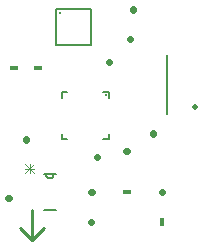
<source format=gto>
G75*
%MOIN*%
%OFA0B0*%
%FSLAX25Y25*%
%IPPOS*%
%LPD*%
%AMOC8*
5,1,8,0,0,1.08239X$1,22.5*
%
%ADD10C,0.01000*%
%ADD11C,0.00787*%
%ADD12C,0.01969*%
%ADD13C,0.02200*%
%ADD14C,0.00500*%
%ADD15C,0.00394*%
%ADD16C,0.00600*%
%ADD17R,0.00984X0.00984*%
%ADD18C,0.00300*%
%ADD19R,0.03000X0.01800*%
%ADD20R,0.01800X0.03000*%
D10*
X0018880Y0007406D02*
X0022817Y0003469D01*
X0026754Y0007406D01*
X0022817Y0003469D02*
X0022817Y0013311D01*
D11*
X0067698Y0045201D02*
X0067698Y0064886D01*
D12*
X0076950Y0047661D03*
D13*
X0015063Y0017248D02*
X0014822Y0017248D01*
X0020848Y0036813D02*
X0020848Y0037053D01*
X0042381Y0019217D02*
X0042622Y0019217D01*
X0042502Y0009494D02*
X0042502Y0009254D01*
X0044470Y0030907D02*
X0044470Y0031148D01*
X0054193Y0032996D02*
X0054433Y0032996D01*
X0062974Y0038781D02*
X0062974Y0039022D01*
X0066004Y0019217D02*
X0066244Y0019217D01*
X0048527Y0062524D02*
X0048287Y0062524D01*
X0055374Y0070398D02*
X0055614Y0070398D01*
X0056281Y0080120D02*
X0056281Y0080360D01*
D14*
X0042502Y0080240D02*
X0042502Y0068429D01*
X0030691Y0068429D01*
X0030691Y0080240D01*
X0042502Y0080240D01*
D15*
X0031675Y0079059D02*
X0031677Y0079086D01*
X0031683Y0079113D01*
X0031692Y0079139D01*
X0031705Y0079163D01*
X0031721Y0079186D01*
X0031740Y0079205D01*
X0031762Y0079222D01*
X0031786Y0079236D01*
X0031811Y0079246D01*
X0031838Y0079253D01*
X0031865Y0079256D01*
X0031893Y0079255D01*
X0031920Y0079250D01*
X0031946Y0079242D01*
X0031970Y0079230D01*
X0031993Y0079214D01*
X0032014Y0079196D01*
X0032031Y0079175D01*
X0032046Y0079151D01*
X0032057Y0079126D01*
X0032065Y0079100D01*
X0032069Y0079073D01*
X0032069Y0079045D01*
X0032065Y0079018D01*
X0032057Y0078992D01*
X0032046Y0078967D01*
X0032031Y0078943D01*
X0032014Y0078922D01*
X0031993Y0078904D01*
X0031971Y0078888D01*
X0031946Y0078876D01*
X0031920Y0078868D01*
X0031893Y0078863D01*
X0031865Y0078862D01*
X0031838Y0078865D01*
X0031811Y0078872D01*
X0031786Y0078882D01*
X0031762Y0078896D01*
X0031740Y0078913D01*
X0031721Y0078932D01*
X0031705Y0078955D01*
X0031692Y0078979D01*
X0031683Y0079005D01*
X0031677Y0079032D01*
X0031675Y0079059D01*
D16*
X0032659Y0052681D02*
X0032659Y0050807D01*
X0032659Y0052681D02*
X0034533Y0052681D01*
X0046533Y0052681D02*
X0048407Y0052681D01*
X0048407Y0050807D01*
X0048407Y0038807D02*
X0048407Y0036933D01*
X0046533Y0036933D01*
X0034533Y0036933D02*
X0032659Y0036933D01*
X0032659Y0038807D01*
X0030822Y0025217D02*
X0029922Y0025217D01*
X0027522Y0025217D01*
X0026622Y0025217D01*
X0027522Y0025217D02*
X0027524Y0025148D01*
X0027530Y0025080D01*
X0027540Y0025012D01*
X0027553Y0024945D01*
X0027571Y0024879D01*
X0027592Y0024814D01*
X0027617Y0024750D01*
X0027645Y0024688D01*
X0027677Y0024627D01*
X0027712Y0024568D01*
X0027751Y0024512D01*
X0027793Y0024457D01*
X0027838Y0024406D01*
X0027886Y0024356D01*
X0027936Y0024310D01*
X0027989Y0024267D01*
X0028045Y0024226D01*
X0028102Y0024189D01*
X0028162Y0024156D01*
X0028224Y0024125D01*
X0028287Y0024099D01*
X0028351Y0024076D01*
X0028417Y0024056D01*
X0028484Y0024041D01*
X0028551Y0024029D01*
X0028619Y0024021D01*
X0028688Y0024017D01*
X0028756Y0024017D01*
X0028825Y0024021D01*
X0028893Y0024029D01*
X0028960Y0024041D01*
X0029027Y0024056D01*
X0029093Y0024076D01*
X0029157Y0024099D01*
X0029220Y0024125D01*
X0029282Y0024156D01*
X0029342Y0024189D01*
X0029399Y0024226D01*
X0029455Y0024267D01*
X0029508Y0024310D01*
X0029558Y0024356D01*
X0029606Y0024406D01*
X0029651Y0024457D01*
X0029693Y0024512D01*
X0029732Y0024568D01*
X0029767Y0024627D01*
X0029799Y0024688D01*
X0029827Y0024750D01*
X0029852Y0024814D01*
X0029873Y0024879D01*
X0029891Y0024945D01*
X0029904Y0025012D01*
X0029914Y0025080D01*
X0029920Y0025148D01*
X0029922Y0025217D01*
X0030822Y0013217D02*
X0026622Y0013217D01*
D17*
X0047423Y0051697D03*
D18*
X0023608Y0028687D02*
X0020472Y0025551D01*
X0020472Y0027119D02*
X0023608Y0027119D01*
X0023608Y0025551D02*
X0020472Y0028687D01*
X0022040Y0028687D02*
X0022040Y0025551D01*
D19*
X0054313Y0019217D03*
X0024785Y0060555D03*
X0016911Y0060555D03*
D20*
X0066124Y0009374D03*
M02*

</source>
